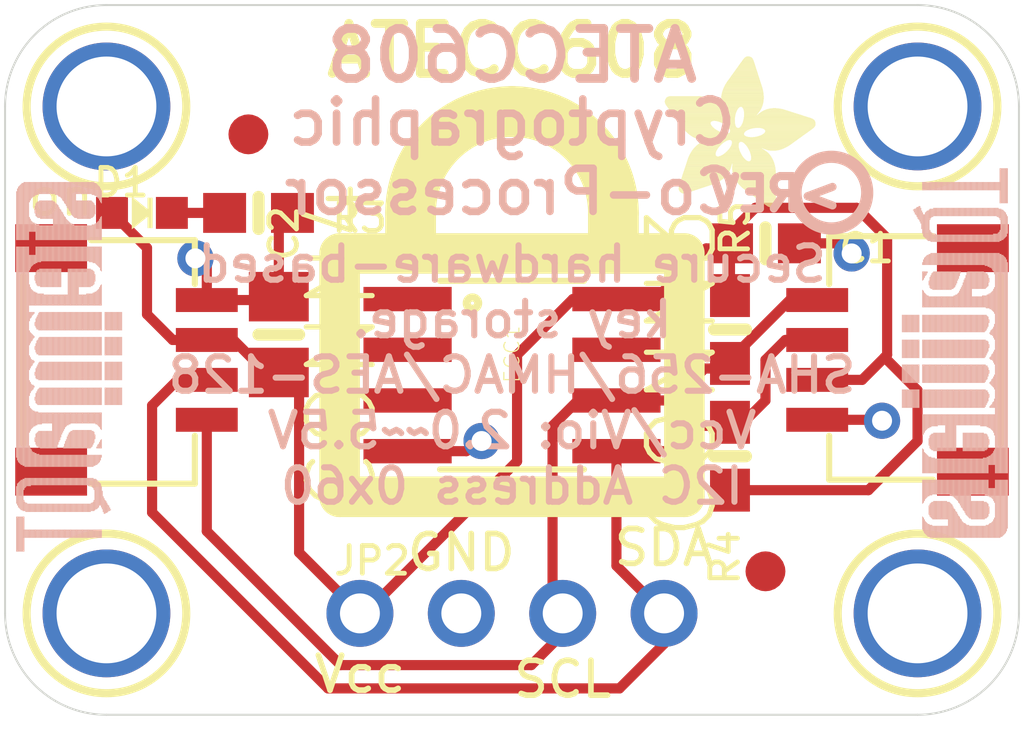
<source format=kicad_pcb>
(kicad_pcb (version 20211014) (generator pcbnew)
  (layers (0 "F.Cu" signal) (31 "B.Cu" signal) (34 "B.Paste" user) (35 "F.Paste" user) (36 "B.SilkS" user "B.Silkscreen") (37 "F.SilkS" user "F.Silkscreen") (38 "B.Mask" user) (39 "F.Mask" user) (44 "Edge.Cuts" user))
  (net 0 "")
  (net 1 "GND")
  (net 2 "SCL")
  (net 3 "SDA")
  (net 4 "VCC")
  (net 5 "N$1")
  (footprint "boardEagle:SOIC8" (layer "F.Cu") (at 148.5011 105.3846 -90)
    (fp_text reference "ECC1" (at -1.27 0 90) (layer "F.SilkS") (effects (font (size 0.376489 0.376489) (thickness 0.029911)) (justify right)))
    (fp_text value "ATECC608")
    (pad "1" smd rect (at -1.905 2.6162 270) (size 0.6096 2.2098) (layers "F.Cu" "F.Paste" "F.Mask"))
    (pad "2" smd rect (at -0.635 2.6162 270) (size 0.6096 2.2098) (layers "F.Cu" "F.Paste" "F.Mask"))
    (pad "3" smd rect (at 0.635 2.6162 270) (size 0.6096 2.2098) (layers "F.Cu" "F.Paste" "F.Mask"))
    (pad "4" smd rect (at 1.905 2.6162 270) (size 0.6096 2.2098) (layers "F.Cu" "F.Paste" "F.Mask") (net 1 "GND"))
    (pad "5" smd rect (at 1.905 -2.6162 270) (size 0.6096 2.2098) (layers "F.Cu" "F.Paste" "F.Mask") (net 3 "SDA"))
    (pad "6" smd rect (at 0.635 -2.6162 270) (size 0.6096 2.2098) (layers "F.Cu" "F.Paste" "F.Mask") (net 2 "SCL"))
    (pad "7" smd rect (at -0.635 -2.6162 270) (size 0.6096 2.2098) (layers "F.Cu" "F.Paste" "F.Mask"))
    (pad "8" smd rect (at -1.905 -2.6162 270) (size 0.6096 2.2098) (layers "F.Cu" "F.Paste" "F.Mask") (net 4 "VCC"))
  )
  (footprint "boardEagle:FIDUCIAL_1MM" (layer "F.Cu") (at 154.8511 110.2995)
    (fp_text reference "FID4" hide)
    (fp_text value "FIDUCIAL_1MM" hide)
    (pad "1" smd roundrect (at 0 0) (size 1 1) (layers "F.Cu" "F.Mask") (roundrect_rratio 0.5))
  )
  (footprint "boardEagle:CHIPLED_0603_NOOUTLINE" (layer "F.Cu") (at 139.2301 101.3206 -90)
    (fp_text reference "D1" (at -0.762 1.27) (layer "F.SilkS") (effects (font (size 0.692831 0.692831) (thickness 0.119969)) (justify left)))
    (fp_text value "GREEN")
    (pad "A" smd rect (at 0 0.75 270) (size 0.8 0.8) (layers "F.Cu" "F.Paste" "F.Mask") (net 4 "VCC"))
    (pad "C" smd rect (at 0 -0.75 270) (size 0.8 0.8) (layers "F.Cu" "F.Paste" "F.Mask") (net 5 "N$1"))
  )
  (footprint "boardEagle:0805-NO" (layer "F.Cu") (at 142.6591 104.3686 90)
    (fp_text reference "C2" (at 1.778 0.127 90) (layer "F.SilkS") (effects (font (size 0.692831 0.692831) (thickness 0.119969)) (justify left)))
    (fp_text value "10uF")
    (pad "1" smd rect (at -0.95 0 90) (size 1.24 1.5) (layers "F.Cu" "F.Paste" "F.Mask") (net 4 "VCC"))
    (pad "2" smd rect (at 0.95 0 90) (size 1.24 1.5) (layers "F.Cu" "F.Paste" "F.Mask") (net 1 "GND"))
  )
  (footprint "boardEagle:JST_SH4" (layer "F.Cu") (at 138.3411 105.0036 -90)
    (fp_text reference "CONN4" (at -4.6 -5.9 90) (layer "F.SilkS") (effects (font (size 1.647139 1.647139) (thickness 0.130861)) (justify right)))
    (fp_text value "STEMMA_I2C_QT" hide)
    (pad "1" smd rect (at -1.5 -2.514) (size 1.55 0.6) (layers "F.Cu" "F.Paste" "F.Mask") (net 1 "GND"))
    (pad "2" smd rect (at -0.5 -2.514) (size 1.55 0.6) (layers "F.Cu" "F.Paste" "F.Mask") (net 4 "VCC"))
    (pad "3" smd rect (at 0.5 -2.514) (size 1.55 0.6) (layers "F.Cu" "F.Paste" "F.Mask") (net 3 "SDA"))
    (pad "4" smd rect (at 1.5 -2.514) (size 1.55 0.6) (layers "F.Cu" "F.Paste" "F.Mask") (net 2 "SCL"))
    (pad "MT1" smd rect (at -2.8 1.386) (size 1.8 1.2) (layers "F.Cu" "F.Paste" "F.Mask"))
    (pad "MT2" smd rect (at 2.8 1.386) (size 1.8 1.2) (layers "F.Cu" "F.Paste" "F.Mask"))
  )
  (footprint "boardEagle:MOUNTINGHOLE_2.5_PLATED" (layer "F.Cu") (at 158.6611 98.6536)
    (fp_text reference "U$12" hide)
    (fp_text value "MOUNTINGHOLE2.5" hide)
    (pad "P$1" thru_hole circle (at 0 0) (size 3.2 3.2) (drill 2.5) (layers *.Cu *.Mask))
  )
  (footprint "boardEagle:0603-NO" (layer "F.Cu") (at 142.1511 101.3206)
    (fp_text reference "R3" (at 1.778 0.127) (layer "F.SilkS") (effects (font (size 0.692831 0.692831) (thickness 0.119969)) (justify left)))
    (fp_text value "4.7K")
    (pad "1" smd rect (at -0.85 0) (size 1.075 1) (layers "F.Cu" "F.Paste" "F.Mask") (net 5 "N$1"))
    (pad "2" smd rect (at 0.85 0) (size 1.075 1) (layers "F.Cu" "F.Paste" "F.Mask") (net 1 "GND"))
  )
  (footprint "boardEagle:0603-NO" (layer "F.Cu") (at 154.8511 102.0826)
    (fp_text reference "C1" (at 1.778 0.127) (layer "F.SilkS") (effects (font (size 0.692831 0.692831) (thickness 0.119969)) (justify left)))
    (fp_text value "0.1uF")
    (pad "1" smd rect (at -0.85 0) (size 1.075 1) (layers "F.Cu" "F.Paste" "F.Mask") (net 4 "VCC"))
    (pad "2" smd rect (at 0.85 0) (size 1.075 1) (layers "F.Cu" "F.Paste" "F.Mask") (net 1 "GND"))
  )
  (footprint "boardEagle:MOUNTINGHOLE_2.5_PLATED" (layer "F.Cu") (at 158.6611 111.3536)
    (fp_text reference "U$15" hide)
    (fp_text value "MOUNTINGHOLE2.5" hide)
    (pad "P$1" thru_hole circle (at 0 0) (size 3.2 3.2) (drill 2.5) (layers *.Cu *.Mask))
  )
  (footprint "boardEagle:FIDUCIAL_1MM" (layer "F.Cu") (at 141.8971 99.3521)
    (fp_text reference "FID3" hide)
    (fp_text value "FIDUCIAL_1MM" hide)
    (pad "1" smd roundrect (at 0 0) (size 1 1) (layers "F.Cu" "F.Mask") (roundrect_rratio 0.5))
  )
  (footprint "boardEagle:MOUNTINGHOLE_2.5_PLATED" (layer "F.Cu") (at 138.3411 98.6536)
    (fp_text reference "U$11" hide)
    (fp_text value "MOUNTINGHOLE2.5" hide)
    (pad "P$1" thru_hole circle (at 0 0) (size 3.2 3.2) (drill 2.5) (layers *.Cu *.Mask))
  )
  (footprint "boardEagle:ADAFRUIT_3.5MM" (layer "F.Cu") (at 152.3111 101.1936)
    (fp_text reference "U$17" hide)
    (fp_text value "" hide)
  )
  (footprint "boardEagle:0603-NO" (layer "F.Cu") (at 153.9621 107.4166 -90)
    (fp_text reference "R4" (at 1.778 0.127 90) (layer "F.SilkS") (effects (font (size 0.692831 0.692831) (thickness 0.119969)) (justify right)))
    (fp_text value "10K")
    (pad "1" smd rect (at -0.85 0 270) (size 1.075 1) (layers "F.Cu" "F.Paste" "F.Mask") (net 3 "SDA"))
    (pad "2" smd rect (at 0.85 0 270) (size 1.075 1) (layers "F.Cu" "F.Paste" "F.Mask") (net 4 "VCC"))
  )
  (footprint "boardEagle:1X04_ROUND" (layer "F.Cu") (at 148.5011 111.3536)
    (fp_text reference "JP2" (at -4.5212 -1.3208) (layer "F.SilkS") (effects (font (size 0.692831 0.692831) (thickness 0.119969)) (justify left)))
    (fp_text value "")
    (pad "1" thru_hole circle (at -3.81 0 90) (size 1.6764 1.6764) (drill 1) (layers *.Cu *.Mask) (net 4 "VCC"))
    (pad "2" thru_hole circle (at -1.27 0 90) (size 1.6764 1.6764) (drill 1) (layers *.Cu *.Mask) (net 1 "GND"))
    (pad "3" thru_hole circle (at 1.27 0 90) (size 1.6764 1.6764) (drill 1) (layers *.Cu *.Mask) (net 2 "SCL"))
    (pad "4" thru_hole circle (at 3.81 0 90) (size 1.6764 1.6764) (drill 1) (layers *.Cu *.Mask) (net 3 "SDA"))
  )
  (footprint "boardEagle:JST_SH4" (layer "F.Cu") (at 158.6611 105.0036 90)
    (fp_text reference "CONN3" (at -4.6 -5.9 90) (layer "F.SilkS") (effects (font (size 1.647139 1.647139) (thickness 0.130861)) (justify left)))
    (fp_text value "STEMMA_I2C_QT" hide)
    (pad "1" smd rect (at -1.5 -2.514 180) (size 1.55 0.6) (layers "F.Cu" "F.Paste" "F.Mask") (net 1 "GND"))
    (pad "2" smd rect (at -0.5 -2.514 180) (size 1.55 0.6) (layers "F.Cu" "F.Paste" "F.Mask") (net 4 "VCC"))
    (pad "3" smd rect (at 0.5 -2.514 180) (size 1.55 0.6) (layers "F.Cu" "F.Paste" "F.Mask") (net 3 "SDA"))
    (pad "4" smd rect (at 1.5 -2.514 180) (size 1.55 0.6) (layers "F.Cu" "F.Paste" "F.Mask") (net 2 "SCL"))
    (pad "MT1" smd rect (at -2.8 1.386 180) (size 1.8 1.2) (layers "F.Cu" "F.Paste" "F.Mask"))
    (pad "MT2" smd rect (at 2.8 1.386 180) (size 1.8 1.2) (layers "F.Cu" "F.Paste" "F.Mask"))
  )
  (footprint "boardEagle:MOUNTINGHOLE_2.5_PLATED" (layer "F.Cu") (at 138.3411 111.3536)
    (fp_text reference "U$14" hide)
    (fp_text value "MOUNTINGHOLE2.5" hide)
    (pad "P$1" thru_hole circle (at 0 0) (size 3.2 3.2) (drill 2.5) (layers *.Cu *.Mask))
  )
  (footprint "boardEagle:0603-NO" (layer "F.Cu") (at 153.9621 104.2416 90)
    (fp_text reference "R5" (at 1.778 0.127 90) (layer "F.SilkS") (effects (font (size 0.692831 0.692831) (thickness 0.119969)) (justify left)))
    (fp_text value "10K")
    (pad "1" smd rect (at -0.85 0 90) (size 1.075 1) (layers "F.Cu" "F.Paste" "F.Mask") (net 2 "SCL"))
    (pad "2" smd rect (at 0.85 0 90) (size 1.075 1) (layers "F.Cu" "F.Paste" "F.Mask") (net 4 "VCC"))
  )
  (footprint "boardEagle:STEMMAQT" (layer "B.Cu") (at 158.2801 109.4486 90)
    (fp_text reference "U$19" hide)
    (fp_text value "" hide)
  )
  (footprint "boardEagle:PCBFEAT-REV-040" (layer "B.Cu") (at 156.5021 100.8126 180)
    (fp_text reference "U$18" hide)
    (fp_text value "" hide)
    (fp_text user ">REV" (at -0.3556 -0.508) (layer "B.SilkS") (effects (font (size 0.8128 0.8128) (thickness 0.2032)) (justify left bottom mirror)))
  )
  (footprint "boardEagle:STEMMAQT" (layer "B.Cu") (at 138.7221 100.5586 -90)
    (fp_text reference "U$20" hide)
    (fp_text value "" hide)
  )
  (gr_line (start 145.9611 102.0826) (end 145.9611 101.3206) (layer "F.SilkS") (width 1.27))
  (gr_line (start 152.8191 108.4326) (end 152.8191 102.4636) (layer "F.SilkS") (width 1.016))
  (gr_line (start 144.1831 102.4636) (end 144.1831 108.4326) (layer "F.SilkS") (width 1.016))
  (gr_line (start 151.0411 101.3206) (end 151.0411 102.2096) (layer "F.SilkS") (width 1.27))
  (gr_arc (start 148.50364 98.7806) (mid 150.298421 99.525075) (end 151.0411 101.3206) (layer "F.SilkS") (width 1.27))
  (gr_line (start 148.5011 98.7806) (end 148.50364 98.7806) (layer "F.SilkS") (width 1.27))
  (gr_arc (start 145.9611 101.3206) (mid 146.705049 99.524549) (end 148.5011 98.7806) (layer "F.SilkS") (width 1.27))
  (gr_line (start 144.1831 108.4326) (end 152.8191 108.4326) (layer "F.SilkS") (width 1.016))
  (gr_line (start 144.1831 102.3366) (end 152.8191 102.3366) (layer "F.SilkS") (width 1.016))
  (gr_arc (start 158.661099 96.113601) (mid 160.457151 96.857549) (end 161.2011 98.6536) (layer "Edge.Cuts") (width 0.05))
  (gr_line (start 138.3411 96.1136) (end 158.6611 96.1136) (layer "Edge.Cuts") (width 0.05))
  (gr_line (start 138.3411 113.8936) (end 158.6611 113.8936) (layer "Edge.Cuts") (width 0.05))
  (gr_arc (start 135.801099 98.653601) (mid 136.545048 96.857549) (end 138.3411 96.1136) (layer "Edge.Cuts") (width 0.05))
  (gr_line (start 135.8011 98.6536) (end 135.8011 111.3536) (layer "Edge.Cuts") (width 0.05))
  (gr_line (start 161.2011 111.3536) (end 161.2011 98.6536) (layer "Edge.Cuts") (width 0.05))
  (gr_arc (start 161.2011 111.3536) (mid 160.457151 113.149651) (end 158.6611 113.8936) (layer "Edge.Cuts") (width 0.05))
  (gr_arc (start 138.3411 113.8936) (mid 136.545049 113.149651) (end 135.8011 111.3536) (layer "Edge.Cuts") (width 0.05))
  (gr_text "ATECC608" (at 148.5011 97.3836) (layer "B.SilkS") (effects (font (size 1.25222 1.25222) (thickness 0.22098)) (justify mirror)))
  (gr_text "Secure hardware-based\nkey storage.\nSHA-256/HMAC/AES-128\nVcc/Vio: 2.0~~5.5V\nI2C Address 0x60" (at 148.5011 105.3846) (layer "B.SilkS") (effects (font (size 0.8636 0.8636) (thickness 0.1524)) (justify mirror)))
  (gr_text "Cryptographic\nCo-Processor" (at 148.5011 99.9236) (layer "B.SilkS") (effects (font (size 1.0795 1.0795) (thickness 0.1905)) (justify mirror)))
  (gr_text "SCL" (at 149.7711 113.0046) (layer "F.SilkS") (effects (font (size 0.87376 0.87376) (thickness 0.14224))))
  (gr_text "GND" (at 147.2311 109.8296) (layer "F.SilkS") (effects (font (size 0.87376 0.87376) (thickness 0.14224))))
  (gr_text "ATECC608" (at 148.5011 97.2566) (layer "F.SilkS") (effects (font (size 1.25222 1.25222) (thickness 0.22098))))
  (gr_text "on" (at 136.3091 101.4476) (layer "F.SilkS") (effects (font (size 0.89408 0.89408) (thickness 0.12192)) (justify left bottom)))
  (gr_text "Vcc" (at 144.6911 112.8776) (layer "F.SilkS") (effects (font (size 0.87376 0.87376) (thickness 0.14224))))
  (gr_text "SDA" (at 152.3111 109.7026) (layer "F.SilkS") (effects (font (size 0.87376 0.87376) (thickness 0.14224))))
  (segment (start 156.1471 106.5036) (end 157.7481 106.5036) (width 0.254) (layer "F.Cu") (net 1))
  (segment (start 142.6591 103.4186) (end 142.6591 101.6626) (width 0.254) (layer "F.Cu") (net 1))
  (segment (start 142.5741 103.5036) (end 142.6591 103.4186) (width 0.254) (layer "F.Cu") (net 1))
  (segment (start 156.7561 102.0826) (end 157.0101 102.3366) (width 0.254) (layer "F.Cu") (net 1))
  (segment (start 157.7481 106.5036) (end 157.7721 106.5276) (width 0.254) (layer "F.Cu") (net 1))
  (segment (start 142.6591 101.6626) (end 143.0011 101.3206) (width 0.254) (layer "F.Cu") (net 1))
  (segment (start 145.8849 107.2896) (end 147.3581 107.2896) (width 0.254) (layer "F.Cu") (net 1))
  (segment (start 140.8551 102.459193) (end 140.569794 102.459193) (width 0.254) (layer "F.Cu") (net 1))
  (segment (start 140.8551 103.5036) (end 140.8551 102.459193) (width 0.254) (layer "F.Cu") (net 1))
  (segment (start 147.6121 107.0356) (end 147.3581 107.2896) (width 0.254) (layer "F.Cu") (net 1))
  (segment (start 155.7011 102.0826) (end 155.7401 102.0826) (width 0.254) (layer "F.Cu") (net 1))
  (segment (start 147.7391 107.0356) (end 147.6121 107.0356) (width 0.254) (layer "F.Cu") (net 1))
  (segment (start 156.7561 102.0826) (end 155.7011 102.0826) (width 0.254) (layer "F.Cu") (net 1))
  (segment (start 140.8551 103.5036) (end 142.5741 103.5036) (width 0.254) (layer "F.Cu") (net 1))
  (via (at 140.569794 102.459193) (size 0.9064) (drill 0.5) (layers "F.Cu" "B.Cu") (net 1))
  (via (at 147.7391 107.0356) (size 0.9064) (drill 0.5) (layers "F.Cu" "B.Cu") (net 1))
  (via (at 157.7721 106.5276) (size 0.9064) (drill 0.5) (layers "F.Cu" "B.Cu") (net 1))
  (via (at 157.0101 102.3366) (size 0.9064) (drill 0.5) (layers "F.Cu" "B.Cu") (net 1))
  (segment (start 144.2085 112.649) (end 148.9837 112.649) (width 0.254) (layer "F.Cu") (net 2))
  (segment (start 150.1521 106.0196) (end 151.1173 106.0196) (width 0.254) (layer "F.Cu") (net 2))
  (segment (start 149.5171 106.6546) (end 149.5171 111.0996) (width 0.254) (layer "F.Cu") (net 2))
  (segment (start 148.9837 112.649) (end 149.7711 111.8616) (width 0.254) (layer "F.Cu") (net 2))
  (segment (start 156.1231 103.4796) (end 155.4861 103.4796) (width 0.254) (layer "F.Cu") (net 2))
  (segment (start 155.4861 103.4796) (end 153.9621 105.0036) (width 0.254) (layer "F.Cu") (net 2))
  (segment (start 140.8551 106.5036) (end 140.8551 109.2956) (width 0.254) (layer "F.Cu") (net 2))
  (segment (start 151.1173 106.0196) (end 152.526103 106.019596) (width 0.254) (layer "F.Cu") (net 2))
  (segment (start 153.8351 105.2186) (end 153.9621 105.0916) (width 0.254) (layer "F.Cu") (net 2))
  (segment (start 153.8351 105.2186) (end 153.3271 105.2186) (width 0.254) (layer "F.Cu") (net 2))
  (segment (start 153.9621 105.0036) (end 153.9621 105.0916) (width 0.254) (layer "F.Cu") (net 2))
  (segment (start 140.8551 109.2956) (end 144.2085 112.649) (width 0.254) (layer "F.Cu") (net 2))
  (segment (start 149.7711 111.8616) (end 149.7711 111.3536) (width 0.254) (layer "F.Cu") (net 2))
  (segment (start 149.5171 111.0996) (end 149.7711 111.3536) (width 0.254) (layer "F.Cu") (net 2))
  (segment (start 153.3271 105.2186) (end 152.526103 106.019596) (width 0.254) (layer "F.Cu") (net 2))
  (segment (start 150.1521 106.0196) (end 149.5171 106.6546) (width 0.254) (layer "F.Cu") (net 2))
  (segment (start 156.1231 103.4796) (end 156.1471 103.5036) (width 0.254) (layer "F.Cu") (net 2))
  (segment (start 139.4841 108.825181) (end 143.892118 113.2332) (width 0.254) (layer "F.Cu") (net 3))
  (segment (start 155.3511 104.5036) (end 154.8511 105.0036) (width 0.254) (layer "F.Cu") (net 3))
  (segment (start 151.1173 107.2896) (end 152.4381 107.2896) (width 0.254) (layer "F.Cu") (net 3))
  (segment (start 151.1173 110.1598) (end 152.3111 111.3536) (width 0.254) (layer "F.Cu") (net 3))
  (segment (start 156.1471 104.5036) (end 155.3511 104.5036) (width 0.254) (layer "F.Cu") (net 3))
  (segment (start 153.8741 106.6546) (end 153.0731 106.6546) (width 0.254) (layer "F.Cu") (net 3))
  (segment (start 140.8551 105.5036) (end 140.1271 105.5036) (width 0.254) (layer "F.Cu") (net 3))
  (segment (start 153.9621 106.5666) (end 153.8741 106.6546) (width 0.254) (layer "F.Cu") (net 3))
  (segment (start 151.1935 113.2332) (end 152.3111 112.1156) (width 0.254) (layer "F.Cu") (net 3))
  (segment (start 154.3041 106.5666) (end 153.9621 106.5666) (width 0.254) (layer "F.Cu") (net 3))
  (segment (start 154.8511 105.0036) (end 154.8511 106.0196) (width 0.254) (layer "F.Cu") (net 3))
  (segment (start 152.3111 112.1156) (end 152.3111 111.3536) (width 0.254) (layer "F.Cu") (net 3))
  (segment (start 152.4381 107.2896) (end 153.0731 106.6546) (width 0.254) (layer "F.Cu") (net 3))
  (segment (start 140.1271 105.5036) (end 139.4841 106.1466) (width 0.254) (layer "F.Cu") (net 3))
  (segment (start 154.8511 106.0196) (end 154.3041 106.5666) (width 0.254) (layer "F.Cu") (net 3))
  (segment (start 151.1173 107.2896) (end 151.1173 110.1598) (width 0.254) (layer "F.Cu") (net 3))
  (segment (start 139.4841 106.1466) (end 139.4841 108.825181) (width 0.254) (layer "F.Cu") (net 3))
  (segment (start 143.892118 113.2332) (end 151.1935 113.2332) (width 0.254) (layer "F.Cu") (net 3))
  (segment (start 151.1173 103.4796) (end 152.0961 103.4796) (width 0.254) (layer "F.Cu") (net 4))
  (segment (start 154.0011 101.7896) (end 154.5971 101.1936) (width 0.254) (layer "F.Cu") (net 4))
  (segment (start 154.0011 102.0826) (end 154.0011 101.7896) (width 0.254) (layer "F.Cu") (net 4))
  (segment (start 139.3571 102.1976) (end 139.3571 103.8606) (width 0.254) (layer "F.Cu") (net 4))
  (segment (start 153.8741 102.2096) (end 154.0011 102.0826) (width 0.254) (layer "F.Cu") (net 4))
  (segment (start 157.1371 101.1936) (end 157.8991 101.9556) (width 0.254) (layer "F.Cu") (net 4))
  (segment (start 153.9621 108.2666) (end 157.4301 108.2666) (width 0.254) (layer "F.Cu") (net 4))
  (segment (start 142.3391 105.3186) (end 142.6591 105.3186) (width 0.254) (layer "F.Cu") (net 4))
  (segment (start 144.8181 111.3536) (end 144.6911 111.3536) (width 0.254) (layer "F.Cu") (net 4))
  (segment (start 153.9621 103.3916) (end 153.9621 102.1216) (width 0.254) (layer "F.Cu") (net 4))
  (segment (start 158.6611 105.7656) (end 157.8356 104.9401) (width 0.254) (layer "F.Cu") (net 4))
  (segment (start 153.8741 102.2096) (end 153.3661 102.2096) (width 0.254) (layer "F.Cu") (net 4))
  (segment (start 157.2721 105.5036) (end 157.8356 104.9401) (width 0.254) (layer "F.Cu") (net 4))
  (segment (start 144.6911 111.3536) (end 143.1671 109.8296) (width 0.254) (layer "F.Cu") (net 4))
  (segment (start 156.1471 105.5036) (end 157.2721 105.5036) (width 0.254) (layer "F.Cu") (net 4))
  (segment (start 148.6281 104.8766) (end 148.6281 107.5436) (width 0.254) (layer "F.Cu") (net 4))
  (segment (start 140.8551 104.5036) (end 141.5241 104.5036) (width 0.254) (layer "F.Cu") (net 4))
  (segment (start 157.8991 104.8766) (end 157.8991 101.9556) (width 0.254) (layer "F.Cu") (net 4))
  (segment (start 157.4301 108.2666) (end 158.6611 107.0356) (width 0.254) (layer "F.Cu") (net 4))
  (segment (start 151.1173 103.4796) (end 150.025096 103.479603) (width 0.254) (layer "F.Cu") (net 4))
  (segment (start 138.4801 101.3206) (end 139.3571 102.1976) (width 0.254) (layer "F.Cu") (net 4))
  (segment (start 139.3571 103.8606) (end 140.0001 104.5036) (width 0.254) (layer "F.Cu") (net 4))
  (segment (start 157.8356 104.9401) (end 157.8991 104.8766) (width 0.254) (layer "F.Cu") (net 4))
  (segment (start 153.3661 102.2096) (end 152.0961 103.4796) (width 0.254) (layer "F.Cu") (net 4))
  (segment (start 143.1671 105.3186) (end 143.1671 109.8296) (width 0.254) (layer "F.Cu") (net 4))
  (segment (start 158.6611 107.0356) (end 158.6611 105.7656) (width 0.254) (layer "F.Cu") (net 4))
  (segment (start 154.5971 101.1936) (end 157.1371 101.1936) (width 0.254) (layer "F.Cu") (net 4))
  (segment (start 148.6281 107.5436) (end 144.8181 111.3536) (width 0.254) (layer "F.Cu") (net 4))
  (segment (start 150.025096 103.479603) (end 148.6281 104.8766) (width 0.254) (layer "F.Cu") (net 4))
  (segment (start 141.5241 104.5036) (end 142.3391 105.3186) (width 0.254) (layer "F.Cu") (net 4))
  (segment (start 143.1671 105.3186) (end 142.6591 105.3186) (width 0.254) (layer "F.Cu") (net 4))
  (segment (start 153.9621 102.1216) (end 154.0011 102.0826) (width 0.254) (layer "F.Cu") (net 4))
  (segment (start 140.0001 104.5036) (end 140.8551 104.5036) (width 0.254) (layer "F.Cu") (net 4))
  (segment (start 139.9801 101.3206) (end 141.3011 101.3206) (width 0.254) (layer "F.Cu") (net 5))
)
</source>
